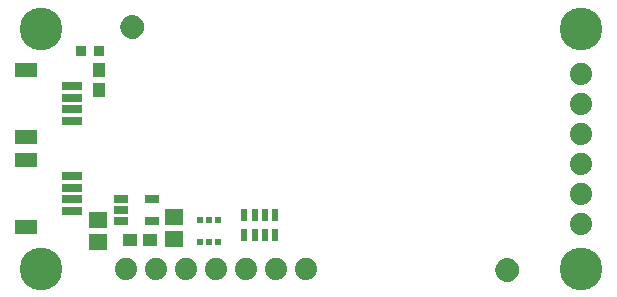
<source format=gbr>
G04 EAGLE Gerber RS-274X export*
G75*
%MOMM*%
%FSLAX34Y34*%
%LPD*%
%INSoldermask Top*%
%IPPOS*%
%AMOC8*
5,1,8,0,0,1.08239X$1,22.5*%
G01*
%ADD10R,1.601600X1.341600*%
%ADD11R,1.301600X0.651600*%
%ADD12R,1.176600X1.101600*%
%ADD13R,0.551600X1.001600*%
%ADD14R,0.601600X0.601600*%
%ADD15R,0.501600X0.601600*%
%ADD16C,1.879600*%
%ADD17C,3.617600*%
%ADD18R,1.651600X0.701600*%
%ADD19R,1.901600X1.301600*%
%ADD20C,1.101600*%
%ADD21C,0.469900*%
%ADD22R,0.901600X0.901600*%
%ADD23R,1.101600X1.176600*%


D10*
X73660Y66650D03*
X73660Y47650D03*
D11*
X93679Y84430D03*
X93679Y74930D03*
X93679Y65430D03*
X119681Y65430D03*
X119681Y84430D03*
D10*
X138430Y69190D03*
X138430Y50190D03*
D12*
X100720Y49530D03*
X117720Y49530D03*
D13*
X223820Y53730D03*
X223820Y70730D03*
X214820Y53730D03*
X206820Y53730D03*
X197820Y53730D03*
X197820Y70730D03*
X214820Y70730D03*
X206820Y70730D03*
D14*
X160140Y48150D03*
D15*
X167640Y48150D03*
D14*
X175140Y48150D03*
X175140Y66150D03*
D15*
X167640Y66150D03*
D14*
X160140Y66150D03*
D16*
X482600Y63500D03*
X482600Y88900D03*
X482600Y114300D03*
X482600Y139700D03*
X482600Y165100D03*
X482600Y190500D03*
D17*
X25400Y228600D03*
X482600Y228600D03*
D18*
X51810Y170100D03*
X51810Y160100D03*
X51810Y180100D03*
X51810Y150100D03*
D19*
X12810Y193100D03*
X12810Y137100D03*
D18*
X51810Y93900D03*
X51810Y83900D03*
X51810Y103900D03*
X51810Y73900D03*
D19*
X12810Y116900D03*
X12810Y60900D03*
D20*
X420370Y24130D03*
D21*
X420370Y31630D02*
X420189Y31628D01*
X420008Y31621D01*
X419827Y31610D01*
X419646Y31595D01*
X419466Y31575D01*
X419286Y31551D01*
X419107Y31523D01*
X418929Y31490D01*
X418752Y31453D01*
X418575Y31412D01*
X418400Y31367D01*
X418225Y31317D01*
X418052Y31263D01*
X417881Y31205D01*
X417710Y31143D01*
X417542Y31076D01*
X417375Y31006D01*
X417209Y30932D01*
X417046Y30853D01*
X416885Y30771D01*
X416725Y30685D01*
X416568Y30595D01*
X416413Y30501D01*
X416260Y30404D01*
X416110Y30302D01*
X415962Y30198D01*
X415816Y30089D01*
X415674Y29978D01*
X415534Y29862D01*
X415397Y29744D01*
X415262Y29622D01*
X415131Y29497D01*
X415003Y29369D01*
X414878Y29238D01*
X414756Y29103D01*
X414638Y28966D01*
X414522Y28826D01*
X414411Y28684D01*
X414302Y28538D01*
X414198Y28390D01*
X414096Y28240D01*
X413999Y28087D01*
X413905Y27932D01*
X413815Y27775D01*
X413729Y27615D01*
X413647Y27454D01*
X413568Y27291D01*
X413494Y27125D01*
X413424Y26958D01*
X413357Y26790D01*
X413295Y26619D01*
X413237Y26448D01*
X413183Y26275D01*
X413133Y26100D01*
X413088Y25925D01*
X413047Y25748D01*
X413010Y25571D01*
X412977Y25393D01*
X412949Y25214D01*
X412925Y25034D01*
X412905Y24854D01*
X412890Y24673D01*
X412879Y24492D01*
X412872Y24311D01*
X412870Y24130D01*
X420370Y31630D02*
X420551Y31628D01*
X420732Y31621D01*
X420913Y31610D01*
X421094Y31595D01*
X421274Y31575D01*
X421454Y31551D01*
X421633Y31523D01*
X421811Y31490D01*
X421988Y31453D01*
X422165Y31412D01*
X422340Y31367D01*
X422515Y31317D01*
X422688Y31263D01*
X422859Y31205D01*
X423030Y31143D01*
X423198Y31076D01*
X423365Y31006D01*
X423531Y30932D01*
X423694Y30853D01*
X423855Y30771D01*
X424015Y30685D01*
X424172Y30595D01*
X424327Y30501D01*
X424480Y30404D01*
X424630Y30302D01*
X424778Y30198D01*
X424924Y30089D01*
X425066Y29978D01*
X425206Y29862D01*
X425343Y29744D01*
X425478Y29622D01*
X425609Y29497D01*
X425737Y29369D01*
X425862Y29238D01*
X425984Y29103D01*
X426102Y28966D01*
X426218Y28826D01*
X426329Y28684D01*
X426438Y28538D01*
X426542Y28390D01*
X426644Y28240D01*
X426741Y28087D01*
X426835Y27932D01*
X426925Y27775D01*
X427011Y27615D01*
X427093Y27454D01*
X427172Y27291D01*
X427246Y27125D01*
X427316Y26958D01*
X427383Y26790D01*
X427445Y26619D01*
X427503Y26448D01*
X427557Y26275D01*
X427607Y26100D01*
X427652Y25925D01*
X427693Y25748D01*
X427730Y25571D01*
X427763Y25393D01*
X427791Y25214D01*
X427815Y25034D01*
X427835Y24854D01*
X427850Y24673D01*
X427861Y24492D01*
X427868Y24311D01*
X427870Y24130D01*
X427868Y23949D01*
X427861Y23768D01*
X427850Y23587D01*
X427835Y23406D01*
X427815Y23226D01*
X427791Y23046D01*
X427763Y22867D01*
X427730Y22689D01*
X427693Y22512D01*
X427652Y22335D01*
X427607Y22160D01*
X427557Y21985D01*
X427503Y21812D01*
X427445Y21641D01*
X427383Y21470D01*
X427316Y21302D01*
X427246Y21135D01*
X427172Y20969D01*
X427093Y20806D01*
X427011Y20645D01*
X426925Y20485D01*
X426835Y20328D01*
X426741Y20173D01*
X426644Y20020D01*
X426542Y19870D01*
X426438Y19722D01*
X426329Y19576D01*
X426218Y19434D01*
X426102Y19294D01*
X425984Y19157D01*
X425862Y19022D01*
X425737Y18891D01*
X425609Y18763D01*
X425478Y18638D01*
X425343Y18516D01*
X425206Y18398D01*
X425066Y18282D01*
X424924Y18171D01*
X424778Y18062D01*
X424630Y17958D01*
X424480Y17856D01*
X424327Y17759D01*
X424172Y17665D01*
X424015Y17575D01*
X423855Y17489D01*
X423694Y17407D01*
X423531Y17328D01*
X423365Y17254D01*
X423198Y17184D01*
X423030Y17117D01*
X422859Y17055D01*
X422688Y16997D01*
X422515Y16943D01*
X422340Y16893D01*
X422165Y16848D01*
X421988Y16807D01*
X421811Y16770D01*
X421633Y16737D01*
X421454Y16709D01*
X421274Y16685D01*
X421094Y16665D01*
X420913Y16650D01*
X420732Y16639D01*
X420551Y16632D01*
X420370Y16630D01*
X420189Y16632D01*
X420008Y16639D01*
X419827Y16650D01*
X419646Y16665D01*
X419466Y16685D01*
X419286Y16709D01*
X419107Y16737D01*
X418929Y16770D01*
X418752Y16807D01*
X418575Y16848D01*
X418400Y16893D01*
X418225Y16943D01*
X418052Y16997D01*
X417881Y17055D01*
X417710Y17117D01*
X417542Y17184D01*
X417375Y17254D01*
X417209Y17328D01*
X417046Y17407D01*
X416885Y17489D01*
X416725Y17575D01*
X416568Y17665D01*
X416413Y17759D01*
X416260Y17856D01*
X416110Y17958D01*
X415962Y18062D01*
X415816Y18171D01*
X415674Y18282D01*
X415534Y18398D01*
X415397Y18516D01*
X415262Y18638D01*
X415131Y18763D01*
X415003Y18891D01*
X414878Y19022D01*
X414756Y19157D01*
X414638Y19294D01*
X414522Y19434D01*
X414411Y19576D01*
X414302Y19722D01*
X414198Y19870D01*
X414096Y20020D01*
X413999Y20173D01*
X413905Y20328D01*
X413815Y20485D01*
X413729Y20645D01*
X413647Y20806D01*
X413568Y20969D01*
X413494Y21135D01*
X413424Y21302D01*
X413357Y21470D01*
X413295Y21641D01*
X413237Y21812D01*
X413183Y21985D01*
X413133Y22160D01*
X413088Y22335D01*
X413047Y22512D01*
X413010Y22689D01*
X412977Y22867D01*
X412949Y23046D01*
X412925Y23226D01*
X412905Y23406D01*
X412890Y23587D01*
X412879Y23768D01*
X412872Y23949D01*
X412870Y24130D01*
D20*
X102870Y229870D03*
D21*
X102870Y237370D02*
X102689Y237368D01*
X102508Y237361D01*
X102327Y237350D01*
X102146Y237335D01*
X101966Y237315D01*
X101786Y237291D01*
X101607Y237263D01*
X101429Y237230D01*
X101252Y237193D01*
X101075Y237152D01*
X100900Y237107D01*
X100725Y237057D01*
X100552Y237003D01*
X100381Y236945D01*
X100210Y236883D01*
X100042Y236816D01*
X99875Y236746D01*
X99709Y236672D01*
X99546Y236593D01*
X99385Y236511D01*
X99225Y236425D01*
X99068Y236335D01*
X98913Y236241D01*
X98760Y236144D01*
X98610Y236042D01*
X98462Y235938D01*
X98316Y235829D01*
X98174Y235718D01*
X98034Y235602D01*
X97897Y235484D01*
X97762Y235362D01*
X97631Y235237D01*
X97503Y235109D01*
X97378Y234978D01*
X97256Y234843D01*
X97138Y234706D01*
X97022Y234566D01*
X96911Y234424D01*
X96802Y234278D01*
X96698Y234130D01*
X96596Y233980D01*
X96499Y233827D01*
X96405Y233672D01*
X96315Y233515D01*
X96229Y233355D01*
X96147Y233194D01*
X96068Y233031D01*
X95994Y232865D01*
X95924Y232698D01*
X95857Y232530D01*
X95795Y232359D01*
X95737Y232188D01*
X95683Y232015D01*
X95633Y231840D01*
X95588Y231665D01*
X95547Y231488D01*
X95510Y231311D01*
X95477Y231133D01*
X95449Y230954D01*
X95425Y230774D01*
X95405Y230594D01*
X95390Y230413D01*
X95379Y230232D01*
X95372Y230051D01*
X95370Y229870D01*
X102870Y237370D02*
X103051Y237368D01*
X103232Y237361D01*
X103413Y237350D01*
X103594Y237335D01*
X103774Y237315D01*
X103954Y237291D01*
X104133Y237263D01*
X104311Y237230D01*
X104488Y237193D01*
X104665Y237152D01*
X104840Y237107D01*
X105015Y237057D01*
X105188Y237003D01*
X105359Y236945D01*
X105530Y236883D01*
X105698Y236816D01*
X105865Y236746D01*
X106031Y236672D01*
X106194Y236593D01*
X106355Y236511D01*
X106515Y236425D01*
X106672Y236335D01*
X106827Y236241D01*
X106980Y236144D01*
X107130Y236042D01*
X107278Y235938D01*
X107424Y235829D01*
X107566Y235718D01*
X107706Y235602D01*
X107843Y235484D01*
X107978Y235362D01*
X108109Y235237D01*
X108237Y235109D01*
X108362Y234978D01*
X108484Y234843D01*
X108602Y234706D01*
X108718Y234566D01*
X108829Y234424D01*
X108938Y234278D01*
X109042Y234130D01*
X109144Y233980D01*
X109241Y233827D01*
X109335Y233672D01*
X109425Y233515D01*
X109511Y233355D01*
X109593Y233194D01*
X109672Y233031D01*
X109746Y232865D01*
X109816Y232698D01*
X109883Y232530D01*
X109945Y232359D01*
X110003Y232188D01*
X110057Y232015D01*
X110107Y231840D01*
X110152Y231665D01*
X110193Y231488D01*
X110230Y231311D01*
X110263Y231133D01*
X110291Y230954D01*
X110315Y230774D01*
X110335Y230594D01*
X110350Y230413D01*
X110361Y230232D01*
X110368Y230051D01*
X110370Y229870D01*
X110368Y229689D01*
X110361Y229508D01*
X110350Y229327D01*
X110335Y229146D01*
X110315Y228966D01*
X110291Y228786D01*
X110263Y228607D01*
X110230Y228429D01*
X110193Y228252D01*
X110152Y228075D01*
X110107Y227900D01*
X110057Y227725D01*
X110003Y227552D01*
X109945Y227381D01*
X109883Y227210D01*
X109816Y227042D01*
X109746Y226875D01*
X109672Y226709D01*
X109593Y226546D01*
X109511Y226385D01*
X109425Y226225D01*
X109335Y226068D01*
X109241Y225913D01*
X109144Y225760D01*
X109042Y225610D01*
X108938Y225462D01*
X108829Y225316D01*
X108718Y225174D01*
X108602Y225034D01*
X108484Y224897D01*
X108362Y224762D01*
X108237Y224631D01*
X108109Y224503D01*
X107978Y224378D01*
X107843Y224256D01*
X107706Y224138D01*
X107566Y224022D01*
X107424Y223911D01*
X107278Y223802D01*
X107130Y223698D01*
X106980Y223596D01*
X106827Y223499D01*
X106672Y223405D01*
X106515Y223315D01*
X106355Y223229D01*
X106194Y223147D01*
X106031Y223068D01*
X105865Y222994D01*
X105698Y222924D01*
X105530Y222857D01*
X105359Y222795D01*
X105188Y222737D01*
X105015Y222683D01*
X104840Y222633D01*
X104665Y222588D01*
X104488Y222547D01*
X104311Y222510D01*
X104133Y222477D01*
X103954Y222449D01*
X103774Y222425D01*
X103594Y222405D01*
X103413Y222390D01*
X103232Y222379D01*
X103051Y222372D01*
X102870Y222370D01*
X102689Y222372D01*
X102508Y222379D01*
X102327Y222390D01*
X102146Y222405D01*
X101966Y222425D01*
X101786Y222449D01*
X101607Y222477D01*
X101429Y222510D01*
X101252Y222547D01*
X101075Y222588D01*
X100900Y222633D01*
X100725Y222683D01*
X100552Y222737D01*
X100381Y222795D01*
X100210Y222857D01*
X100042Y222924D01*
X99875Y222994D01*
X99709Y223068D01*
X99546Y223147D01*
X99385Y223229D01*
X99225Y223315D01*
X99068Y223405D01*
X98913Y223499D01*
X98760Y223596D01*
X98610Y223698D01*
X98462Y223802D01*
X98316Y223911D01*
X98174Y224022D01*
X98034Y224138D01*
X97897Y224256D01*
X97762Y224378D01*
X97631Y224503D01*
X97503Y224631D01*
X97378Y224762D01*
X97256Y224897D01*
X97138Y225034D01*
X97022Y225174D01*
X96911Y225316D01*
X96802Y225462D01*
X96698Y225610D01*
X96596Y225760D01*
X96499Y225913D01*
X96405Y226068D01*
X96315Y226225D01*
X96229Y226385D01*
X96147Y226546D01*
X96068Y226709D01*
X95994Y226875D01*
X95924Y227042D01*
X95857Y227210D01*
X95795Y227381D01*
X95737Y227552D01*
X95683Y227725D01*
X95633Y227900D01*
X95588Y228075D01*
X95547Y228252D01*
X95510Y228429D01*
X95477Y228607D01*
X95449Y228786D01*
X95425Y228966D01*
X95405Y229146D01*
X95390Y229327D01*
X95379Y229508D01*
X95372Y229689D01*
X95370Y229870D01*
D17*
X25400Y25400D03*
X482600Y25400D03*
D22*
X59810Y209550D03*
X74810Y209550D03*
D23*
X74930Y176920D03*
X74930Y193920D03*
D16*
X97820Y25430D03*
X123220Y25430D03*
X148620Y25430D03*
X174020Y25430D03*
X199420Y25430D03*
X224820Y25430D03*
X250220Y25430D03*
M02*

</source>
